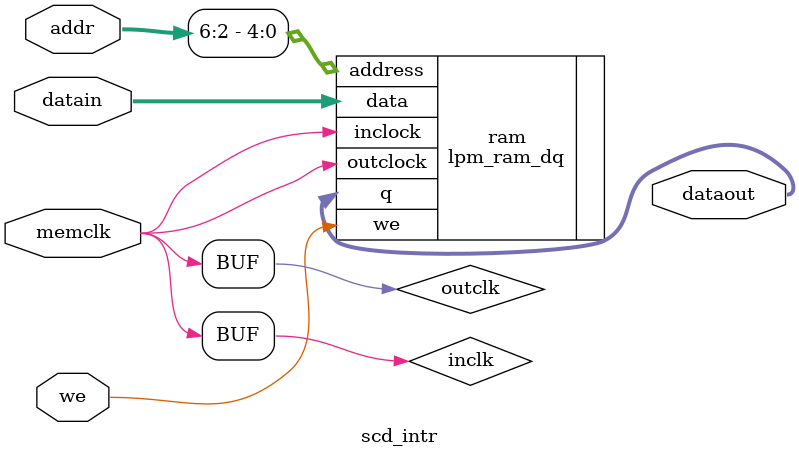
<source format=v>
/************************************************
  The Verilog HDL code example is from the book
  Computer Principles and Design in Verilog HDL
  by Yamin Li, published by A JOHN WILEY & SONS
************************************************/
module scd_intr (dataout,datain,addr,we,memclk);          // data mem (sram)
    input  [31:0] datain;                                 // mem data input
    input  [31:0] addr;                                   // mem address
    input         we;                                     // write enable
    input         memclk;                                 // sync ram clock
    output [31:0] dataout;                                // mem data output
    wire          inclk  = memclk;                        // in reg clock
    wire          outclk = memclk;                        // out reg clock
    lpm_ram_dq ram (.data(datain),                        // data in
                    .address(addr[6:2]),                  // word address
                    .we(we),                              // write enable
                    .inclock(inclk),                      // in reg clock
                    .outclock(outclk),                    // out reg clock
                    .q(dataout));                         // mem data out
    defparam ram.lpm_width           = 32;                // data: 32 bits
    defparam ram.lpm_widthad         = 5;                 // 2^5 = 32 words
    defparam ram.lpm_file            = "scd_intr.hex";    // mem init file
    defparam ram.lpm_indata          = "REGISTERED";      // in reg (data)
    defparam ram.lpm_outdata         = "REGISTERED";      // out reg (data)
    defparam ram.lpm_address_control = "REGISTERED";      // in reg (a, we)
endmodule

</source>
